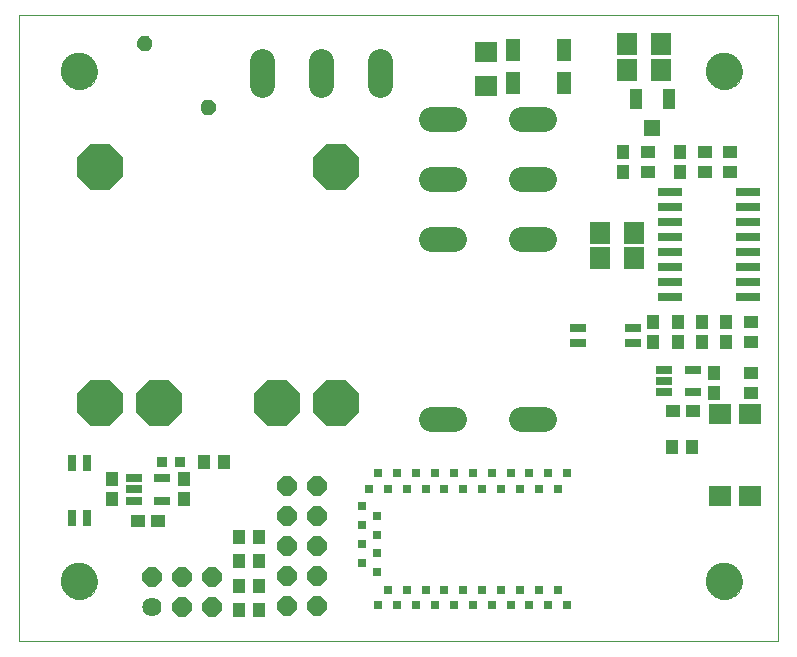
<source format=gts>
G75*
G70*
%OFA0B0*%
%FSLAX24Y24*%
%IPPOS*%
%LPD*%
%AMOC8*
5,1,8,0,0,1.08239X$1,22.5*
%
%ADD10C,0.0000*%
%ADD11R,0.0276X0.0276*%
%ADD12C,0.0820*%
%ADD13OC8,0.1540*%
%ADD14R,0.0434X0.0473*%
%ADD15C,0.1221*%
%ADD16R,0.0473X0.0434*%
%ADD17R,0.0741X0.0650*%
%ADD18R,0.0840X0.0300*%
%ADD19R,0.0670X0.0750*%
%ADD20R,0.0540X0.0290*%
%ADD21R,0.0290X0.0540*%
%ADD22R,0.0355X0.0355*%
%ADD23R,0.0540X0.0260*%
%ADD24R,0.0750X0.0670*%
%ADD25R,0.0394X0.0670*%
%ADD26R,0.0552X0.0552*%
%ADD27C,0.0104*%
%ADD28OC8,0.0640*%
%ADD29R,0.0512X0.0749*%
%ADD30C,0.0640*%
D10*
X000140Y000290D02*
X000140Y021156D01*
X000140Y021165D02*
X025443Y021165D01*
X025443Y021156D02*
X025443Y000290D01*
X000140Y000290D01*
X001549Y002290D02*
X001551Y002338D01*
X001557Y002386D01*
X001567Y002433D01*
X001580Y002479D01*
X001598Y002524D01*
X001618Y002568D01*
X001643Y002610D01*
X001671Y002649D01*
X001701Y002686D01*
X001735Y002720D01*
X001772Y002752D01*
X001810Y002781D01*
X001851Y002806D01*
X001894Y002828D01*
X001939Y002846D01*
X001985Y002860D01*
X002032Y002871D01*
X002080Y002878D01*
X002128Y002881D01*
X002176Y002880D01*
X002224Y002875D01*
X002272Y002866D01*
X002318Y002854D01*
X002363Y002837D01*
X002407Y002817D01*
X002449Y002794D01*
X002489Y002767D01*
X002527Y002737D01*
X002562Y002704D01*
X002594Y002668D01*
X002624Y002630D01*
X002650Y002589D01*
X002672Y002546D01*
X002692Y002502D01*
X002707Y002457D01*
X002719Y002410D01*
X002727Y002362D01*
X002731Y002314D01*
X002731Y002266D01*
X002727Y002218D01*
X002719Y002170D01*
X002707Y002123D01*
X002692Y002078D01*
X002672Y002034D01*
X002650Y001991D01*
X002624Y001950D01*
X002594Y001912D01*
X002562Y001876D01*
X002527Y001843D01*
X002489Y001813D01*
X002449Y001786D01*
X002407Y001763D01*
X002363Y001743D01*
X002318Y001726D01*
X002272Y001714D01*
X002224Y001705D01*
X002176Y001700D01*
X002128Y001699D01*
X002080Y001702D01*
X002032Y001709D01*
X001985Y001720D01*
X001939Y001734D01*
X001894Y001752D01*
X001851Y001774D01*
X001810Y001799D01*
X001772Y001828D01*
X001735Y001860D01*
X001701Y001894D01*
X001671Y001931D01*
X001643Y001970D01*
X001618Y002012D01*
X001598Y002056D01*
X001580Y002101D01*
X001567Y002147D01*
X001557Y002194D01*
X001551Y002242D01*
X001549Y002290D01*
X001549Y019290D02*
X001551Y019338D01*
X001557Y019386D01*
X001567Y019433D01*
X001580Y019479D01*
X001598Y019524D01*
X001618Y019568D01*
X001643Y019610D01*
X001671Y019649D01*
X001701Y019686D01*
X001735Y019720D01*
X001772Y019752D01*
X001810Y019781D01*
X001851Y019806D01*
X001894Y019828D01*
X001939Y019846D01*
X001985Y019860D01*
X002032Y019871D01*
X002080Y019878D01*
X002128Y019881D01*
X002176Y019880D01*
X002224Y019875D01*
X002272Y019866D01*
X002318Y019854D01*
X002363Y019837D01*
X002407Y019817D01*
X002449Y019794D01*
X002489Y019767D01*
X002527Y019737D01*
X002562Y019704D01*
X002594Y019668D01*
X002624Y019630D01*
X002650Y019589D01*
X002672Y019546D01*
X002692Y019502D01*
X002707Y019457D01*
X002719Y019410D01*
X002727Y019362D01*
X002731Y019314D01*
X002731Y019266D01*
X002727Y019218D01*
X002719Y019170D01*
X002707Y019123D01*
X002692Y019078D01*
X002672Y019034D01*
X002650Y018991D01*
X002624Y018950D01*
X002594Y018912D01*
X002562Y018876D01*
X002527Y018843D01*
X002489Y018813D01*
X002449Y018786D01*
X002407Y018763D01*
X002363Y018743D01*
X002318Y018726D01*
X002272Y018714D01*
X002224Y018705D01*
X002176Y018700D01*
X002128Y018699D01*
X002080Y018702D01*
X002032Y018709D01*
X001985Y018720D01*
X001939Y018734D01*
X001894Y018752D01*
X001851Y018774D01*
X001810Y018799D01*
X001772Y018828D01*
X001735Y018860D01*
X001701Y018894D01*
X001671Y018931D01*
X001643Y018970D01*
X001618Y019012D01*
X001598Y019056D01*
X001580Y019101D01*
X001567Y019147D01*
X001557Y019194D01*
X001551Y019242D01*
X001549Y019290D01*
X023049Y019290D02*
X023051Y019338D01*
X023057Y019386D01*
X023067Y019433D01*
X023080Y019479D01*
X023098Y019524D01*
X023118Y019568D01*
X023143Y019610D01*
X023171Y019649D01*
X023201Y019686D01*
X023235Y019720D01*
X023272Y019752D01*
X023310Y019781D01*
X023351Y019806D01*
X023394Y019828D01*
X023439Y019846D01*
X023485Y019860D01*
X023532Y019871D01*
X023580Y019878D01*
X023628Y019881D01*
X023676Y019880D01*
X023724Y019875D01*
X023772Y019866D01*
X023818Y019854D01*
X023863Y019837D01*
X023907Y019817D01*
X023949Y019794D01*
X023989Y019767D01*
X024027Y019737D01*
X024062Y019704D01*
X024094Y019668D01*
X024124Y019630D01*
X024150Y019589D01*
X024172Y019546D01*
X024192Y019502D01*
X024207Y019457D01*
X024219Y019410D01*
X024227Y019362D01*
X024231Y019314D01*
X024231Y019266D01*
X024227Y019218D01*
X024219Y019170D01*
X024207Y019123D01*
X024192Y019078D01*
X024172Y019034D01*
X024150Y018991D01*
X024124Y018950D01*
X024094Y018912D01*
X024062Y018876D01*
X024027Y018843D01*
X023989Y018813D01*
X023949Y018786D01*
X023907Y018763D01*
X023863Y018743D01*
X023818Y018726D01*
X023772Y018714D01*
X023724Y018705D01*
X023676Y018700D01*
X023628Y018699D01*
X023580Y018702D01*
X023532Y018709D01*
X023485Y018720D01*
X023439Y018734D01*
X023394Y018752D01*
X023351Y018774D01*
X023310Y018799D01*
X023272Y018828D01*
X023235Y018860D01*
X023201Y018894D01*
X023171Y018931D01*
X023143Y018970D01*
X023118Y019012D01*
X023098Y019056D01*
X023080Y019101D01*
X023067Y019147D01*
X023057Y019194D01*
X023051Y019242D01*
X023049Y019290D01*
X023049Y002290D02*
X023051Y002338D01*
X023057Y002386D01*
X023067Y002433D01*
X023080Y002479D01*
X023098Y002524D01*
X023118Y002568D01*
X023143Y002610D01*
X023171Y002649D01*
X023201Y002686D01*
X023235Y002720D01*
X023272Y002752D01*
X023310Y002781D01*
X023351Y002806D01*
X023394Y002828D01*
X023439Y002846D01*
X023485Y002860D01*
X023532Y002871D01*
X023580Y002878D01*
X023628Y002881D01*
X023676Y002880D01*
X023724Y002875D01*
X023772Y002866D01*
X023818Y002854D01*
X023863Y002837D01*
X023907Y002817D01*
X023949Y002794D01*
X023989Y002767D01*
X024027Y002737D01*
X024062Y002704D01*
X024094Y002668D01*
X024124Y002630D01*
X024150Y002589D01*
X024172Y002546D01*
X024192Y002502D01*
X024207Y002457D01*
X024219Y002410D01*
X024227Y002362D01*
X024231Y002314D01*
X024231Y002266D01*
X024227Y002218D01*
X024219Y002170D01*
X024207Y002123D01*
X024192Y002078D01*
X024172Y002034D01*
X024150Y001991D01*
X024124Y001950D01*
X024094Y001912D01*
X024062Y001876D01*
X024027Y001843D01*
X023989Y001813D01*
X023949Y001786D01*
X023907Y001763D01*
X023863Y001743D01*
X023818Y001726D01*
X023772Y001714D01*
X023724Y001705D01*
X023676Y001700D01*
X023628Y001699D01*
X023580Y001702D01*
X023532Y001709D01*
X023485Y001720D01*
X023439Y001734D01*
X023394Y001752D01*
X023351Y001774D01*
X023310Y001799D01*
X023272Y001828D01*
X023235Y001860D01*
X023201Y001894D01*
X023171Y001931D01*
X023143Y001970D01*
X023118Y002012D01*
X023098Y002056D01*
X023080Y002101D01*
X023067Y002147D01*
X023057Y002194D01*
X023051Y002242D01*
X023049Y002290D01*
D11*
X018417Y001485D03*
X018102Y001997D03*
X017472Y001997D03*
X017787Y001485D03*
X017157Y001485D03*
X016842Y001997D03*
X016212Y001997D03*
X015582Y001997D03*
X015897Y001485D03*
X016527Y001485D03*
X015267Y001485D03*
X014637Y001485D03*
X014322Y001997D03*
X014952Y001997D03*
X014007Y001485D03*
X013377Y001485D03*
X013062Y001997D03*
X013692Y001997D03*
X012747Y001485D03*
X012117Y001485D03*
X012432Y001997D03*
X012078Y002588D03*
X011566Y002903D03*
X012078Y003218D03*
X011566Y003533D03*
X012078Y003847D03*
X011566Y004162D03*
X012078Y004477D03*
X011566Y004792D03*
X011802Y005383D03*
X012117Y005895D03*
X012432Y005383D03*
X012747Y005895D03*
X013062Y005383D03*
X013377Y005895D03*
X013692Y005383D03*
X014007Y005895D03*
X014322Y005383D03*
X014637Y005895D03*
X014952Y005383D03*
X015267Y005895D03*
X015582Y005383D03*
X015897Y005895D03*
X016212Y005383D03*
X016527Y005895D03*
X016842Y005383D03*
X017157Y005895D03*
X017472Y005383D03*
X017787Y005895D03*
X018102Y005383D03*
X018417Y005895D03*
D12*
X017655Y007700D02*
X016875Y007700D01*
X014655Y007700D02*
X013875Y007700D01*
X013875Y013700D02*
X014655Y013700D01*
X014655Y015700D02*
X013875Y015700D01*
X013875Y017700D02*
X014655Y017700D01*
X016875Y017700D02*
X017655Y017700D01*
X017655Y015700D02*
X016875Y015700D01*
X016875Y013700D02*
X017655Y013700D01*
X012173Y018838D02*
X012173Y019618D01*
X010203Y019618D02*
X010203Y018838D01*
X008233Y018838D02*
X008233Y019618D01*
D13*
X010705Y016105D03*
X002825Y016105D03*
X002825Y008225D03*
X004795Y008225D03*
X008735Y008225D03*
X010705Y008225D03*
D14*
X006975Y006253D03*
X006305Y006253D03*
X005628Y005687D03*
X005628Y005018D03*
X007485Y003780D03*
X008155Y003780D03*
X008155Y002958D03*
X007485Y002958D03*
X007485Y002140D03*
X008155Y002140D03*
X008155Y001323D03*
X007485Y001323D03*
X003253Y005018D03*
X003253Y005687D03*
X020285Y015945D03*
X020285Y016615D03*
X022190Y016612D03*
X022190Y015943D03*
X022095Y010937D03*
X022095Y010268D03*
X021290Y010268D03*
X021290Y010937D03*
X022900Y010937D03*
X022900Y010268D03*
X023715Y010268D03*
X023715Y010937D03*
X023310Y009247D03*
X023310Y008578D03*
X022585Y006775D03*
X021915Y006775D03*
D15*
X023640Y002290D03*
X023640Y019290D03*
X002140Y019290D03*
X002140Y002290D03*
D16*
X004105Y004290D03*
X004775Y004290D03*
X021110Y015945D03*
X021110Y016615D03*
X023015Y016612D03*
X023833Y016612D03*
X023833Y015943D03*
X023015Y015943D03*
X024540Y010937D03*
X024540Y010268D03*
X024555Y009242D03*
X024555Y008573D03*
X022607Y007970D03*
X021938Y007970D03*
D17*
X023523Y007875D03*
X024523Y007875D03*
X024523Y005120D03*
X023523Y005120D03*
D18*
X024457Y011753D03*
X024457Y012253D03*
X024457Y012753D03*
X024457Y013253D03*
X024457Y013753D03*
X024457Y014253D03*
X024457Y014753D03*
X024457Y015253D03*
X021847Y015253D03*
X021847Y014753D03*
X021847Y014253D03*
X021847Y013753D03*
X021847Y013253D03*
X021847Y012753D03*
X021847Y012253D03*
X021847Y011753D03*
D19*
X020625Y013078D03*
X020625Y013915D03*
X019505Y013915D03*
X019505Y013078D03*
X020405Y019320D03*
X020405Y020195D03*
X021525Y020195D03*
X021525Y019320D03*
D20*
X020592Y010750D03*
X020592Y010250D03*
X018769Y010250D03*
X018769Y010750D03*
D21*
X002400Y006224D03*
X001900Y006224D03*
X001900Y004401D03*
X002400Y004401D03*
D22*
X004920Y006253D03*
X005510Y006253D03*
D23*
X004920Y005733D03*
X004920Y004973D03*
X003960Y004973D03*
X003960Y005353D03*
X003960Y005733D03*
X021648Y008585D03*
X021648Y008965D03*
X021648Y009345D03*
X022608Y009345D03*
X022608Y008585D03*
D24*
X015703Y018803D03*
X015703Y019922D03*
D25*
X020701Y018353D03*
X021804Y018353D03*
D26*
X021253Y017397D03*
D27*
X006466Y017948D02*
X006518Y017896D01*
X006346Y017896D01*
X006225Y018017D01*
X006225Y018189D01*
X006346Y018310D01*
X006518Y018310D01*
X006639Y018189D01*
X006639Y018017D01*
X006518Y017896D01*
X006486Y017974D01*
X006378Y017974D01*
X006303Y018049D01*
X006303Y018157D01*
X006378Y018232D01*
X006486Y018232D01*
X006561Y018157D01*
X006561Y018049D01*
X006486Y017974D01*
X006453Y018052D01*
X006411Y018052D01*
X006381Y018082D01*
X006381Y018124D01*
X006411Y018154D01*
X006453Y018154D01*
X006483Y018124D01*
X006483Y018082D01*
X006453Y018052D01*
X004345Y020070D02*
X004397Y020018D01*
X004225Y020018D01*
X004104Y020139D01*
X004104Y020311D01*
X004225Y020432D01*
X004397Y020432D01*
X004518Y020311D01*
X004518Y020139D01*
X004397Y020018D01*
X004365Y020096D01*
X004257Y020096D01*
X004182Y020171D01*
X004182Y020279D01*
X004257Y020354D01*
X004365Y020354D01*
X004440Y020279D01*
X004440Y020171D01*
X004365Y020096D01*
X004332Y020174D01*
X004290Y020174D01*
X004260Y020204D01*
X004260Y020246D01*
X004290Y020276D01*
X004332Y020276D01*
X004362Y020246D01*
X004362Y020204D01*
X004332Y020174D01*
D28*
X009078Y005465D03*
X010078Y005465D03*
X010078Y004465D03*
X010078Y003465D03*
X009078Y003465D03*
X009078Y004465D03*
X009078Y002465D03*
X010078Y002465D03*
X010078Y001465D03*
X009078Y001465D03*
X006590Y001450D03*
X005590Y001450D03*
X005590Y002450D03*
X004590Y002450D03*
X006590Y002450D03*
D29*
X016613Y018890D03*
X016613Y019990D03*
X018306Y019990D03*
X018306Y018890D03*
D30*
X004590Y001450D03*
M02*

</source>
